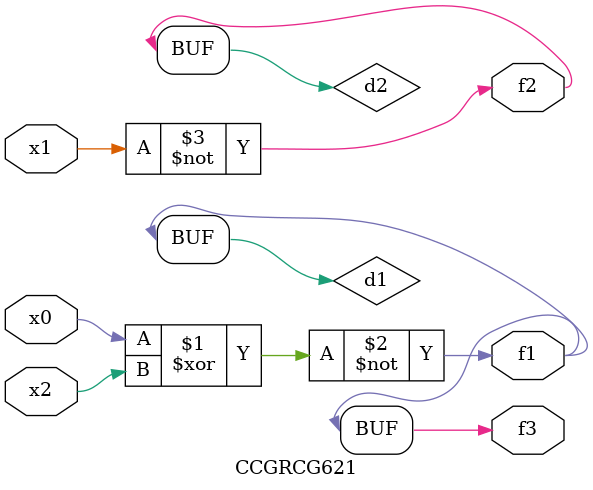
<source format=v>
module CCGRCG621(
	input x0, x1, x2,
	output f1, f2, f3
);

	wire d1, d2, d3;

	xnor (d1, x0, x2);
	nand (d2, x1);
	nor (d3, x1, x2);
	assign f1 = d1;
	assign f2 = d2;
	assign f3 = d1;
endmodule

</source>
